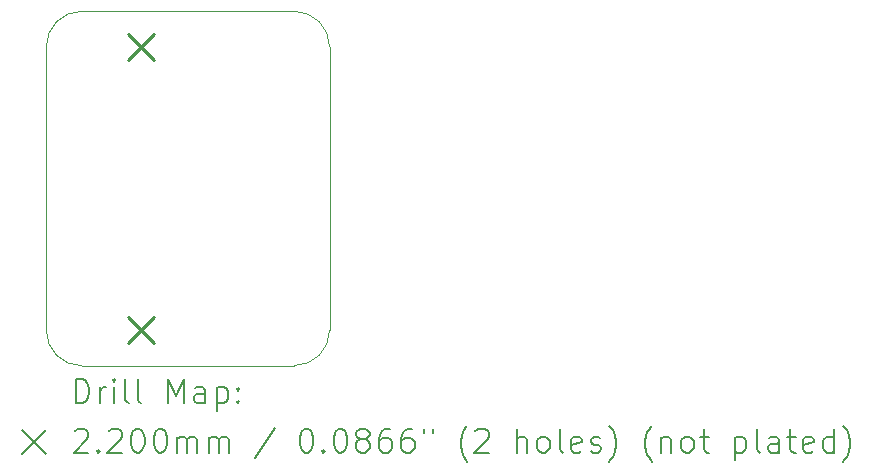
<source format=gbr>
%TF.GenerationSoftware,KiCad,Pcbnew,6.0.10+dfsg-1~bpo11+1*%
%TF.ProjectId,project,70726f6a-6563-4742-9e6b-696361645f70,rev?*%
%TF.SameCoordinates,Original*%
%TF.FileFunction,Drillmap*%
%TF.FilePolarity,Positive*%
%FSLAX45Y45*%
G04 Gerber Fmt 4.5, Leading zero omitted, Abs format (unit mm)*
%MOMM*%
%LPD*%
G01*
G04 APERTURE LIST*
%ADD10C,0.100000*%
%ADD11C,0.200000*%
%ADD12C,0.220000*%
G04 APERTURE END LIST*
D10*
X16350000Y-13000000D02*
X18150000Y-13000000D01*
X18450000Y-12700000D02*
X18450000Y-10300000D01*
X16050000Y-10300000D02*
X16050000Y-12700000D01*
X16350000Y-10000000D02*
G75*
G03*
X16050000Y-10300000I0J-300000D01*
G01*
X16050000Y-12700000D02*
G75*
G03*
X16350000Y-13000000I300000J0D01*
G01*
X18450000Y-10300000D02*
G75*
G03*
X18150000Y-10000000I-300000J0D01*
G01*
X18150000Y-10000000D02*
X16350000Y-10000000D01*
X18150000Y-13000000D02*
G75*
G03*
X18450000Y-12700000I0J300000D01*
G01*
D11*
D12*
X16740000Y-10190000D02*
X16960000Y-10410000D01*
X16960000Y-10190000D02*
X16740000Y-10410000D01*
X16740000Y-12590000D02*
X16960000Y-12810000D01*
X16960000Y-12590000D02*
X16740000Y-12810000D01*
D11*
X16302619Y-13315476D02*
X16302619Y-13115476D01*
X16350238Y-13115476D01*
X16378809Y-13125000D01*
X16397857Y-13144048D01*
X16407381Y-13163095D01*
X16416905Y-13201190D01*
X16416905Y-13229762D01*
X16407381Y-13267857D01*
X16397857Y-13286905D01*
X16378809Y-13305952D01*
X16350238Y-13315476D01*
X16302619Y-13315476D01*
X16502619Y-13315476D02*
X16502619Y-13182143D01*
X16502619Y-13220238D02*
X16512143Y-13201190D01*
X16521667Y-13191667D01*
X16540714Y-13182143D01*
X16559762Y-13182143D01*
X16626428Y-13315476D02*
X16626428Y-13182143D01*
X16626428Y-13115476D02*
X16616905Y-13125000D01*
X16626428Y-13134524D01*
X16635952Y-13125000D01*
X16626428Y-13115476D01*
X16626428Y-13134524D01*
X16750238Y-13315476D02*
X16731190Y-13305952D01*
X16721667Y-13286905D01*
X16721667Y-13115476D01*
X16855000Y-13315476D02*
X16835952Y-13305952D01*
X16826429Y-13286905D01*
X16826429Y-13115476D01*
X17083571Y-13315476D02*
X17083571Y-13115476D01*
X17150238Y-13258333D01*
X17216905Y-13115476D01*
X17216905Y-13315476D01*
X17397857Y-13315476D02*
X17397857Y-13210714D01*
X17388333Y-13191667D01*
X17369286Y-13182143D01*
X17331190Y-13182143D01*
X17312143Y-13191667D01*
X17397857Y-13305952D02*
X17378810Y-13315476D01*
X17331190Y-13315476D01*
X17312143Y-13305952D01*
X17302619Y-13286905D01*
X17302619Y-13267857D01*
X17312143Y-13248809D01*
X17331190Y-13239286D01*
X17378810Y-13239286D01*
X17397857Y-13229762D01*
X17493095Y-13182143D02*
X17493095Y-13382143D01*
X17493095Y-13191667D02*
X17512143Y-13182143D01*
X17550238Y-13182143D01*
X17569286Y-13191667D01*
X17578810Y-13201190D01*
X17588333Y-13220238D01*
X17588333Y-13277381D01*
X17578810Y-13296428D01*
X17569286Y-13305952D01*
X17550238Y-13315476D01*
X17512143Y-13315476D01*
X17493095Y-13305952D01*
X17674048Y-13296428D02*
X17683571Y-13305952D01*
X17674048Y-13315476D01*
X17664524Y-13305952D01*
X17674048Y-13296428D01*
X17674048Y-13315476D01*
X17674048Y-13191667D02*
X17683571Y-13201190D01*
X17674048Y-13210714D01*
X17664524Y-13201190D01*
X17674048Y-13191667D01*
X17674048Y-13210714D01*
X15845000Y-13545000D02*
X16045000Y-13745000D01*
X16045000Y-13545000D02*
X15845000Y-13745000D01*
X16293095Y-13554524D02*
X16302619Y-13545000D01*
X16321667Y-13535476D01*
X16369286Y-13535476D01*
X16388333Y-13545000D01*
X16397857Y-13554524D01*
X16407381Y-13573571D01*
X16407381Y-13592619D01*
X16397857Y-13621190D01*
X16283571Y-13735476D01*
X16407381Y-13735476D01*
X16493095Y-13716428D02*
X16502619Y-13725952D01*
X16493095Y-13735476D01*
X16483571Y-13725952D01*
X16493095Y-13716428D01*
X16493095Y-13735476D01*
X16578809Y-13554524D02*
X16588333Y-13545000D01*
X16607381Y-13535476D01*
X16655000Y-13535476D01*
X16674048Y-13545000D01*
X16683571Y-13554524D01*
X16693095Y-13573571D01*
X16693095Y-13592619D01*
X16683571Y-13621190D01*
X16569286Y-13735476D01*
X16693095Y-13735476D01*
X16816905Y-13535476D02*
X16835952Y-13535476D01*
X16855000Y-13545000D01*
X16864524Y-13554524D01*
X16874048Y-13573571D01*
X16883571Y-13611667D01*
X16883571Y-13659286D01*
X16874048Y-13697381D01*
X16864524Y-13716428D01*
X16855000Y-13725952D01*
X16835952Y-13735476D01*
X16816905Y-13735476D01*
X16797857Y-13725952D01*
X16788333Y-13716428D01*
X16778810Y-13697381D01*
X16769286Y-13659286D01*
X16769286Y-13611667D01*
X16778810Y-13573571D01*
X16788333Y-13554524D01*
X16797857Y-13545000D01*
X16816905Y-13535476D01*
X17007381Y-13535476D02*
X17026429Y-13535476D01*
X17045476Y-13545000D01*
X17055000Y-13554524D01*
X17064524Y-13573571D01*
X17074048Y-13611667D01*
X17074048Y-13659286D01*
X17064524Y-13697381D01*
X17055000Y-13716428D01*
X17045476Y-13725952D01*
X17026429Y-13735476D01*
X17007381Y-13735476D01*
X16988333Y-13725952D01*
X16978810Y-13716428D01*
X16969286Y-13697381D01*
X16959762Y-13659286D01*
X16959762Y-13611667D01*
X16969286Y-13573571D01*
X16978810Y-13554524D01*
X16988333Y-13545000D01*
X17007381Y-13535476D01*
X17159762Y-13735476D02*
X17159762Y-13602143D01*
X17159762Y-13621190D02*
X17169286Y-13611667D01*
X17188333Y-13602143D01*
X17216905Y-13602143D01*
X17235952Y-13611667D01*
X17245476Y-13630714D01*
X17245476Y-13735476D01*
X17245476Y-13630714D02*
X17255000Y-13611667D01*
X17274048Y-13602143D01*
X17302619Y-13602143D01*
X17321667Y-13611667D01*
X17331190Y-13630714D01*
X17331190Y-13735476D01*
X17426429Y-13735476D02*
X17426429Y-13602143D01*
X17426429Y-13621190D02*
X17435952Y-13611667D01*
X17455000Y-13602143D01*
X17483571Y-13602143D01*
X17502619Y-13611667D01*
X17512143Y-13630714D01*
X17512143Y-13735476D01*
X17512143Y-13630714D02*
X17521667Y-13611667D01*
X17540714Y-13602143D01*
X17569286Y-13602143D01*
X17588333Y-13611667D01*
X17597857Y-13630714D01*
X17597857Y-13735476D01*
X17988333Y-13525952D02*
X17816905Y-13783095D01*
X18245476Y-13535476D02*
X18264524Y-13535476D01*
X18283571Y-13545000D01*
X18293095Y-13554524D01*
X18302619Y-13573571D01*
X18312143Y-13611667D01*
X18312143Y-13659286D01*
X18302619Y-13697381D01*
X18293095Y-13716428D01*
X18283571Y-13725952D01*
X18264524Y-13735476D01*
X18245476Y-13735476D01*
X18226429Y-13725952D01*
X18216905Y-13716428D01*
X18207381Y-13697381D01*
X18197857Y-13659286D01*
X18197857Y-13611667D01*
X18207381Y-13573571D01*
X18216905Y-13554524D01*
X18226429Y-13545000D01*
X18245476Y-13535476D01*
X18397857Y-13716428D02*
X18407381Y-13725952D01*
X18397857Y-13735476D01*
X18388333Y-13725952D01*
X18397857Y-13716428D01*
X18397857Y-13735476D01*
X18531190Y-13535476D02*
X18550238Y-13535476D01*
X18569286Y-13545000D01*
X18578810Y-13554524D01*
X18588333Y-13573571D01*
X18597857Y-13611667D01*
X18597857Y-13659286D01*
X18588333Y-13697381D01*
X18578810Y-13716428D01*
X18569286Y-13725952D01*
X18550238Y-13735476D01*
X18531190Y-13735476D01*
X18512143Y-13725952D01*
X18502619Y-13716428D01*
X18493095Y-13697381D01*
X18483571Y-13659286D01*
X18483571Y-13611667D01*
X18493095Y-13573571D01*
X18502619Y-13554524D01*
X18512143Y-13545000D01*
X18531190Y-13535476D01*
X18712143Y-13621190D02*
X18693095Y-13611667D01*
X18683571Y-13602143D01*
X18674048Y-13583095D01*
X18674048Y-13573571D01*
X18683571Y-13554524D01*
X18693095Y-13545000D01*
X18712143Y-13535476D01*
X18750238Y-13535476D01*
X18769286Y-13545000D01*
X18778810Y-13554524D01*
X18788333Y-13573571D01*
X18788333Y-13583095D01*
X18778810Y-13602143D01*
X18769286Y-13611667D01*
X18750238Y-13621190D01*
X18712143Y-13621190D01*
X18693095Y-13630714D01*
X18683571Y-13640238D01*
X18674048Y-13659286D01*
X18674048Y-13697381D01*
X18683571Y-13716428D01*
X18693095Y-13725952D01*
X18712143Y-13735476D01*
X18750238Y-13735476D01*
X18769286Y-13725952D01*
X18778810Y-13716428D01*
X18788333Y-13697381D01*
X18788333Y-13659286D01*
X18778810Y-13640238D01*
X18769286Y-13630714D01*
X18750238Y-13621190D01*
X18959762Y-13535476D02*
X18921667Y-13535476D01*
X18902619Y-13545000D01*
X18893095Y-13554524D01*
X18874048Y-13583095D01*
X18864524Y-13621190D01*
X18864524Y-13697381D01*
X18874048Y-13716428D01*
X18883571Y-13725952D01*
X18902619Y-13735476D01*
X18940714Y-13735476D01*
X18959762Y-13725952D01*
X18969286Y-13716428D01*
X18978810Y-13697381D01*
X18978810Y-13649762D01*
X18969286Y-13630714D01*
X18959762Y-13621190D01*
X18940714Y-13611667D01*
X18902619Y-13611667D01*
X18883571Y-13621190D01*
X18874048Y-13630714D01*
X18864524Y-13649762D01*
X19150238Y-13535476D02*
X19112143Y-13535476D01*
X19093095Y-13545000D01*
X19083571Y-13554524D01*
X19064524Y-13583095D01*
X19055000Y-13621190D01*
X19055000Y-13697381D01*
X19064524Y-13716428D01*
X19074048Y-13725952D01*
X19093095Y-13735476D01*
X19131190Y-13735476D01*
X19150238Y-13725952D01*
X19159762Y-13716428D01*
X19169286Y-13697381D01*
X19169286Y-13649762D01*
X19159762Y-13630714D01*
X19150238Y-13621190D01*
X19131190Y-13611667D01*
X19093095Y-13611667D01*
X19074048Y-13621190D01*
X19064524Y-13630714D01*
X19055000Y-13649762D01*
X19245476Y-13535476D02*
X19245476Y-13573571D01*
X19321667Y-13535476D02*
X19321667Y-13573571D01*
X19616905Y-13811667D02*
X19607381Y-13802143D01*
X19588333Y-13773571D01*
X19578810Y-13754524D01*
X19569286Y-13725952D01*
X19559762Y-13678333D01*
X19559762Y-13640238D01*
X19569286Y-13592619D01*
X19578810Y-13564048D01*
X19588333Y-13545000D01*
X19607381Y-13516428D01*
X19616905Y-13506905D01*
X19683571Y-13554524D02*
X19693095Y-13545000D01*
X19712143Y-13535476D01*
X19759762Y-13535476D01*
X19778810Y-13545000D01*
X19788333Y-13554524D01*
X19797857Y-13573571D01*
X19797857Y-13592619D01*
X19788333Y-13621190D01*
X19674048Y-13735476D01*
X19797857Y-13735476D01*
X20035952Y-13735476D02*
X20035952Y-13535476D01*
X20121667Y-13735476D02*
X20121667Y-13630714D01*
X20112143Y-13611667D01*
X20093095Y-13602143D01*
X20064524Y-13602143D01*
X20045476Y-13611667D01*
X20035952Y-13621190D01*
X20245476Y-13735476D02*
X20226429Y-13725952D01*
X20216905Y-13716428D01*
X20207381Y-13697381D01*
X20207381Y-13640238D01*
X20216905Y-13621190D01*
X20226429Y-13611667D01*
X20245476Y-13602143D01*
X20274048Y-13602143D01*
X20293095Y-13611667D01*
X20302619Y-13621190D01*
X20312143Y-13640238D01*
X20312143Y-13697381D01*
X20302619Y-13716428D01*
X20293095Y-13725952D01*
X20274048Y-13735476D01*
X20245476Y-13735476D01*
X20426429Y-13735476D02*
X20407381Y-13725952D01*
X20397857Y-13706905D01*
X20397857Y-13535476D01*
X20578810Y-13725952D02*
X20559762Y-13735476D01*
X20521667Y-13735476D01*
X20502619Y-13725952D01*
X20493095Y-13706905D01*
X20493095Y-13630714D01*
X20502619Y-13611667D01*
X20521667Y-13602143D01*
X20559762Y-13602143D01*
X20578810Y-13611667D01*
X20588333Y-13630714D01*
X20588333Y-13649762D01*
X20493095Y-13668809D01*
X20664524Y-13725952D02*
X20683571Y-13735476D01*
X20721667Y-13735476D01*
X20740714Y-13725952D01*
X20750238Y-13706905D01*
X20750238Y-13697381D01*
X20740714Y-13678333D01*
X20721667Y-13668809D01*
X20693095Y-13668809D01*
X20674048Y-13659286D01*
X20664524Y-13640238D01*
X20664524Y-13630714D01*
X20674048Y-13611667D01*
X20693095Y-13602143D01*
X20721667Y-13602143D01*
X20740714Y-13611667D01*
X20816905Y-13811667D02*
X20826429Y-13802143D01*
X20845476Y-13773571D01*
X20855000Y-13754524D01*
X20864524Y-13725952D01*
X20874048Y-13678333D01*
X20874048Y-13640238D01*
X20864524Y-13592619D01*
X20855000Y-13564048D01*
X20845476Y-13545000D01*
X20826429Y-13516428D01*
X20816905Y-13506905D01*
X21178810Y-13811667D02*
X21169286Y-13802143D01*
X21150238Y-13773571D01*
X21140714Y-13754524D01*
X21131190Y-13725952D01*
X21121667Y-13678333D01*
X21121667Y-13640238D01*
X21131190Y-13592619D01*
X21140714Y-13564048D01*
X21150238Y-13545000D01*
X21169286Y-13516428D01*
X21178810Y-13506905D01*
X21255000Y-13602143D02*
X21255000Y-13735476D01*
X21255000Y-13621190D02*
X21264524Y-13611667D01*
X21283571Y-13602143D01*
X21312143Y-13602143D01*
X21331190Y-13611667D01*
X21340714Y-13630714D01*
X21340714Y-13735476D01*
X21464524Y-13735476D02*
X21445476Y-13725952D01*
X21435952Y-13716428D01*
X21426429Y-13697381D01*
X21426429Y-13640238D01*
X21435952Y-13621190D01*
X21445476Y-13611667D01*
X21464524Y-13602143D01*
X21493095Y-13602143D01*
X21512143Y-13611667D01*
X21521667Y-13621190D01*
X21531190Y-13640238D01*
X21531190Y-13697381D01*
X21521667Y-13716428D01*
X21512143Y-13725952D01*
X21493095Y-13735476D01*
X21464524Y-13735476D01*
X21588333Y-13602143D02*
X21664524Y-13602143D01*
X21616905Y-13535476D02*
X21616905Y-13706905D01*
X21626429Y-13725952D01*
X21645476Y-13735476D01*
X21664524Y-13735476D01*
X21883571Y-13602143D02*
X21883571Y-13802143D01*
X21883571Y-13611667D02*
X21902619Y-13602143D01*
X21940714Y-13602143D01*
X21959762Y-13611667D01*
X21969286Y-13621190D01*
X21978810Y-13640238D01*
X21978810Y-13697381D01*
X21969286Y-13716428D01*
X21959762Y-13725952D01*
X21940714Y-13735476D01*
X21902619Y-13735476D01*
X21883571Y-13725952D01*
X22093095Y-13735476D02*
X22074048Y-13725952D01*
X22064524Y-13706905D01*
X22064524Y-13535476D01*
X22255000Y-13735476D02*
X22255000Y-13630714D01*
X22245476Y-13611667D01*
X22226429Y-13602143D01*
X22188333Y-13602143D01*
X22169286Y-13611667D01*
X22255000Y-13725952D02*
X22235952Y-13735476D01*
X22188333Y-13735476D01*
X22169286Y-13725952D01*
X22159762Y-13706905D01*
X22159762Y-13687857D01*
X22169286Y-13668809D01*
X22188333Y-13659286D01*
X22235952Y-13659286D01*
X22255000Y-13649762D01*
X22321667Y-13602143D02*
X22397857Y-13602143D01*
X22350238Y-13535476D02*
X22350238Y-13706905D01*
X22359762Y-13725952D01*
X22378809Y-13735476D01*
X22397857Y-13735476D01*
X22540714Y-13725952D02*
X22521667Y-13735476D01*
X22483571Y-13735476D01*
X22464524Y-13725952D01*
X22455000Y-13706905D01*
X22455000Y-13630714D01*
X22464524Y-13611667D01*
X22483571Y-13602143D01*
X22521667Y-13602143D01*
X22540714Y-13611667D01*
X22550238Y-13630714D01*
X22550238Y-13649762D01*
X22455000Y-13668809D01*
X22721667Y-13735476D02*
X22721667Y-13535476D01*
X22721667Y-13725952D02*
X22702619Y-13735476D01*
X22664524Y-13735476D01*
X22645476Y-13725952D01*
X22635952Y-13716428D01*
X22626428Y-13697381D01*
X22626428Y-13640238D01*
X22635952Y-13621190D01*
X22645476Y-13611667D01*
X22664524Y-13602143D01*
X22702619Y-13602143D01*
X22721667Y-13611667D01*
X22797857Y-13811667D02*
X22807381Y-13802143D01*
X22826428Y-13773571D01*
X22835952Y-13754524D01*
X22845476Y-13725952D01*
X22855000Y-13678333D01*
X22855000Y-13640238D01*
X22845476Y-13592619D01*
X22835952Y-13564048D01*
X22826428Y-13545000D01*
X22807381Y-13516428D01*
X22797857Y-13506905D01*
M02*

</source>
